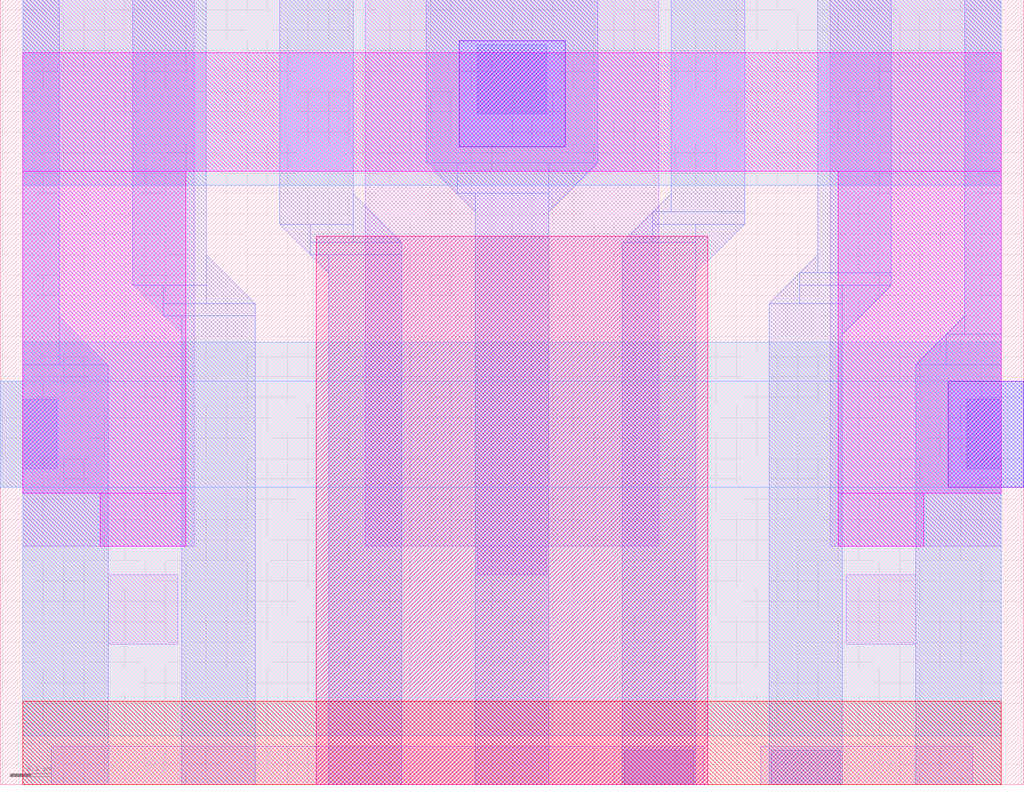
<source format=lef>
# Copyright 2020 The SkyWater PDK Authors
#
# Licensed under the Apache License, Version 2.0 (the "License");
# you may not use this file except in compliance with the License.
# You may obtain a copy of the License at
#
#     https://www.apache.org/licenses/LICENSE-2.0
#
# Unless required by applicable law or agreed to in writing, software
# distributed under the License is distributed on an "AS IS" BASIS,
# WITHOUT WARRANTIES OR CONDITIONS OF ANY KIND, either express or implied.
# See the License for the specific language governing permissions and
# limitations under the License.
#
# SPDX-License-Identifier: Apache-2.0

VERSION 5.7 ;
  NOWIREEXTENSIONATPIN ON ;
  DIVIDERCHAR "/" ;
  BUSBITCHARS "[]" ;
MACRO sky130_fd_bd_sram__sram_dp_colend_opt1
  CLASS BLOCK ;
  FOREIGN sky130_fd_bd_sram__sram_dp_colend_opt1 ;
  ORIGIN  0.055000  0.000000 ;
  SIZE  2.510000 BY  1.925000 ;
  OBS
    LAYER li1 ;
      RECT 0.000000 0.585000 0.420000 1.925000 ;
      RECT 0.070000 0.000000 1.670000 0.095000 ;
      RECT 0.210000 0.345000 0.380000 0.515000 ;
      RECT 0.840000 0.585000 1.560000 1.925000 ;
      RECT 1.115000 0.515000 1.285000 0.585000 ;
      RECT 1.810000 0.000000 2.330000 0.095000 ;
      RECT 1.980000 0.585000 2.400000 1.925000 ;
      RECT 2.020000 0.345000 2.190000 0.515000 ;
    LAYER mcon ;
      RECT 0.000000 0.775000 0.085000 0.945000 ;
      RECT 1.115000 1.645000 1.285000 1.815000 ;
      RECT 1.475000 0.000000 1.645000 0.085000 ;
      RECT 1.835000 0.000000 2.005000 0.085000 ;
      RECT 2.315000 0.775000 2.400000 0.945000 ;
    LAYER met1 ;
      POLYGON  0.090000 1.150000 0.210000 1.030000 0.090000 1.030000 ;
      POLYGON  0.270000 1.225000 0.345000 1.225000 0.345000 1.150000 ;
      POLYGON  0.345000 1.150000 0.390000 1.150000 0.390000 1.105000 ;
      POLYGON  0.450000 1.300000 0.570000 1.180000 0.450000 1.180000 ;
      POLYGON  0.630000 1.375000 0.705000 1.375000 0.705000 1.300000 ;
      POLYGON  0.705000 1.300000 0.750000 1.300000 0.750000 1.255000 ;
      POLYGON  0.810000 1.450000 0.930000 1.330000 0.810000 1.330000 ;
      POLYGON  0.990000 1.525000 1.065000 1.525000 1.065000 1.450000 ;
      POLYGON  1.065000 1.450000 1.110000 1.450000 1.110000 1.405000 ;
      POLYGON  1.290000 1.525000 1.410000 1.525000 1.290000 1.405000 ;
      POLYGON  1.545000 1.405000 1.545000 1.330000 1.470000 1.330000 ;
      POLYGON  1.590000 1.450000 1.590000 1.405000 1.545000 1.405000 ;
      POLYGON  1.650000 1.375000 1.770000 1.375000 1.650000 1.255000 ;
      POLYGON  1.905000 1.255000 1.905000 1.180000 1.830000 1.180000 ;
      POLYGON  1.950000 1.300000 1.950000 1.255000 1.905000 1.255000 ;
      POLYGON  2.010000 1.225000 2.130000 1.225000 2.010000 1.105000 ;
      POLYGON  2.265000 1.105000 2.265000 1.030000 2.190000 1.030000 ;
      POLYGON  2.310000 1.150000 2.310000 1.105000 2.265000 1.105000 ;
      RECT -0.055000 0.730000 0.210000 0.990000 ;
      RECT  0.000000 0.000000 0.210000 0.730000 ;
      RECT  0.000000 0.990000 0.210000 1.030000 ;
      RECT  0.000000 1.030000 0.090000 1.925000 ;
      RECT  0.270000 1.225000 0.450000 1.925000 ;
      RECT  0.345000 1.150000 0.570000 1.180000 ;
      RECT  0.345000 1.180000 0.450000 1.225000 ;
      RECT  0.390000 0.000000 0.570000 1.150000 ;
      RECT  0.630000 1.375000 0.810000 1.925000 ;
      RECT  0.705000 1.300000 0.930000 1.330000 ;
      RECT  0.705000 1.330000 0.810000 1.375000 ;
      RECT  0.750000 0.000000 0.930000 1.300000 ;
      RECT  0.990000 1.525000 1.410000 1.925000 ;
      RECT  1.065000 1.450000 1.290000 1.525000 ;
      RECT  1.110000 0.000000 1.290000 1.450000 ;
      RECT  1.470000 0.000000 1.650000 1.330000 ;
      RECT  1.545000 1.330000 1.650000 1.375000 ;
      RECT  1.545000 1.375000 1.770000 1.405000 ;
      RECT  1.590000 1.405000 1.770000 1.925000 ;
      RECT  1.830000 0.000000 2.010000 1.180000 ;
      RECT  1.905000 1.180000 2.010000 1.225000 ;
      RECT  1.905000 1.225000 2.130000 1.255000 ;
      RECT  1.950000 1.255000 2.130000 1.925000 ;
      RECT  2.190000 0.000000 2.400000 0.730000 ;
      RECT  2.190000 0.730000 2.455000 0.990000 ;
      RECT  2.190000 0.990000 2.400000 1.030000 ;
      RECT  2.265000 1.030000 2.400000 1.105000 ;
      RECT  2.310000 1.105000 2.400000 1.925000 ;
    LAYER met2 ;
      RECT -0.055000 0.730000 2.455000 0.990000 ;
      RECT  0.000000 0.120000 2.400000 0.730000 ;
      RECT  0.000000 0.990000 2.400000 1.085000 ;
      RECT  0.000000 1.470000 2.400000 1.925000 ;
    LAYER met3 ;
      RECT 0.000000 0.000000 2.400000 0.205000 ;
    LAYER nwell ;
      RECT 0.720000 0.000000 1.680000 1.345000 ;
    LAYER pwell ;
      RECT 0.000000 0.715000 0.400000 1.505000 ;
      RECT 0.000000 1.505000 2.400000 1.795000 ;
      RECT 0.190000 0.585000 0.400000 0.715000 ;
    LAYER pwell ;
      RECT 2.000000 0.585000 2.210000 0.715000 ;
      RECT 2.000000 0.715000 2.400000 1.505000 ;
    LAYER via ;
      RECT 1.070000 1.565000 1.330000 1.825000 ;
      RECT 2.270000 0.730000 2.455000 0.990000 ;
  END
END sky130_fd_bd_sram__sram_dp_colend_opt1
END LIBRARY

</source>
